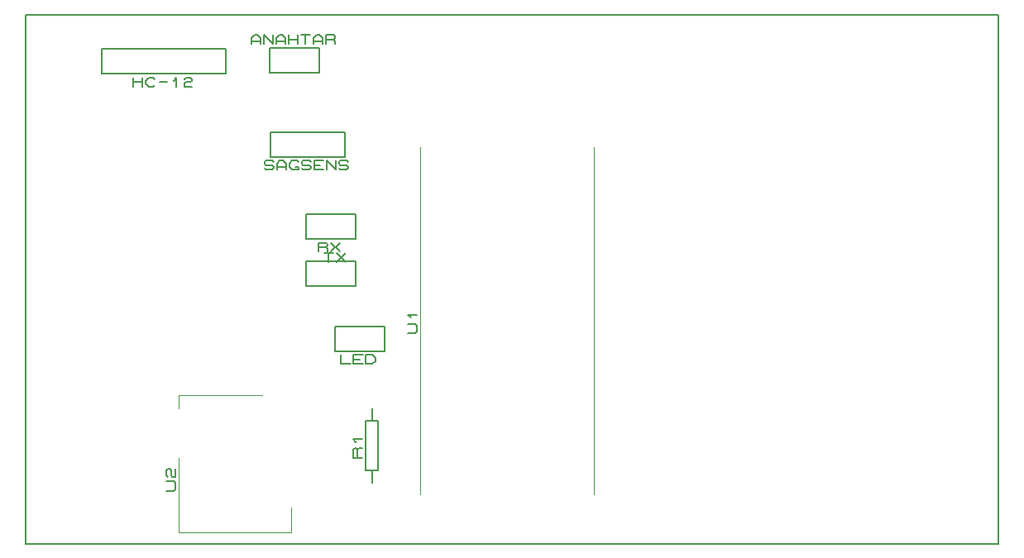
<source format=gbr>
G04 PROTEUS GERBER X2 FILE*
%TF.GenerationSoftware,Labcenter,Proteus,8.9-SP0-Build27865*%
%TF.CreationDate,2021-05-25T10:58:27+00:00*%
%TF.FileFunction,Legend,Top*%
%TF.FilePolarity,Positive*%
%TF.Part,Single*%
%TF.SameCoordinates,{7e8d9f27-8a4e-4830-a77b-d38f9a277b4e}*%
%FSLAX45Y45*%
%MOMM*%
G01*
%TA.AperFunction,Profile*%
%ADD16C,0.203200*%
%TA.AperFunction,Material*%
%ADD19C,0.100000*%
%ADD70C,0.203200*%
%TD.AperFunction*%
D16*
X+30000Y-5810000D02*
X+9990000Y-5810000D01*
X+9990000Y-390000D01*
X+30000Y-390000D01*
X+30000Y-5810000D01*
D19*
X+4073000Y-1750000D02*
X+4073000Y-5306000D01*
X+5851000Y-5306000D02*
X+5851000Y-1750000D01*
D70*
X+3946080Y-3655000D02*
X+4022280Y-3655000D01*
X+4037520Y-3639125D01*
X+4037520Y-3575625D01*
X+4022280Y-3559750D01*
X+3946080Y-3559750D01*
X+3976560Y-3496250D02*
X+3946080Y-3464500D01*
X+4037520Y-3464500D01*
D19*
X+1600000Y-4928000D02*
X+1600000Y-5690000D01*
X+2750000Y-5690000D01*
X+2750000Y-5436000D01*
X+2450000Y-4290000D02*
X+1600000Y-4290000D01*
X+1600000Y-4420000D01*
D70*
X+1473080Y-5268000D02*
X+1549280Y-5268000D01*
X+1564520Y-5252125D01*
X+1564520Y-5188625D01*
X+1549280Y-5172750D01*
X+1473080Y-5172750D01*
X+1488320Y-5125125D02*
X+1473080Y-5109250D01*
X+1473080Y-5061625D01*
X+1488320Y-5045750D01*
X+1503560Y-5045750D01*
X+1518800Y-5061625D01*
X+1518800Y-5109250D01*
X+1534040Y-5125125D01*
X+1564520Y-5125125D01*
X+1564520Y-5045750D01*
X+2533000Y-987000D02*
X+3041000Y-987000D01*
X+3041000Y-733000D01*
X+2533000Y-733000D01*
X+2533000Y-987000D01*
X+2342500Y-692360D02*
X+2342500Y-631400D01*
X+2374250Y-600920D01*
X+2406000Y-600920D01*
X+2437750Y-631400D01*
X+2437750Y-692360D01*
X+2342500Y-661880D02*
X+2437750Y-661880D01*
X+2469500Y-692360D02*
X+2469500Y-600920D01*
X+2564750Y-692360D01*
X+2564750Y-600920D01*
X+2596500Y-692360D02*
X+2596500Y-631400D01*
X+2628250Y-600920D01*
X+2660000Y-600920D01*
X+2691750Y-631400D01*
X+2691750Y-692360D01*
X+2596500Y-661880D02*
X+2691750Y-661880D01*
X+2723500Y-692360D02*
X+2723500Y-600920D01*
X+2818750Y-600920D02*
X+2818750Y-692360D01*
X+2723500Y-646640D02*
X+2818750Y-646640D01*
X+2850500Y-600920D02*
X+2945750Y-600920D01*
X+2898125Y-600920D02*
X+2898125Y-692360D01*
X+2977500Y-692360D02*
X+2977500Y-631400D01*
X+3009250Y-600920D01*
X+3041000Y-600920D01*
X+3072750Y-631400D01*
X+3072750Y-692360D01*
X+2977500Y-661880D02*
X+3072750Y-661880D01*
X+3104500Y-692360D02*
X+3104500Y-600920D01*
X+3183875Y-600920D01*
X+3199750Y-616160D01*
X+3199750Y-631400D01*
X+3183875Y-646640D01*
X+3104500Y-646640D01*
X+3183875Y-646640D02*
X+3199750Y-661880D01*
X+3199750Y-692360D01*
X+3580000Y-5183000D02*
X+3580000Y-5056000D01*
X+3516500Y-5056000D02*
X+3643500Y-5056000D01*
X+3643500Y-4548000D01*
X+3516500Y-4548000D01*
X+3516500Y-5056000D01*
X+3580000Y-4548000D02*
X+3580000Y-4421000D01*
X+3475860Y-4929000D02*
X+3384420Y-4929000D01*
X+3384420Y-4849625D01*
X+3399660Y-4833750D01*
X+3414900Y-4833750D01*
X+3430140Y-4849625D01*
X+3430140Y-4929000D01*
X+3430140Y-4849625D02*
X+3445380Y-4833750D01*
X+3475860Y-4833750D01*
X+3414900Y-4770250D02*
X+3384420Y-4738500D01*
X+3475860Y-4738500D01*
X+3199000Y-3837000D02*
X+3707000Y-3837000D01*
X+3707000Y-3583000D01*
X+3199000Y-3583000D01*
X+3199000Y-3837000D01*
X+3262500Y-3877640D02*
X+3262500Y-3969080D01*
X+3357750Y-3969080D01*
X+3484750Y-3969080D02*
X+3389500Y-3969080D01*
X+3389500Y-3877640D01*
X+3484750Y-3877640D01*
X+3389500Y-3923360D02*
X+3453000Y-3923360D01*
X+3516500Y-3969080D02*
X+3516500Y-3877640D01*
X+3580000Y-3877640D01*
X+3611750Y-3908120D01*
X+3611750Y-3938600D01*
X+3580000Y-3969080D01*
X+3516500Y-3969080D01*
X+2539000Y-1847000D02*
X+3301000Y-1847000D01*
X+3301000Y-1593000D01*
X+2539000Y-1593000D01*
X+2539000Y-1847000D01*
X+2475500Y-1963840D02*
X+2491375Y-1979080D01*
X+2554875Y-1979080D01*
X+2570750Y-1963840D01*
X+2570750Y-1948600D01*
X+2554875Y-1933360D01*
X+2491375Y-1933360D01*
X+2475500Y-1918120D01*
X+2475500Y-1902880D01*
X+2491375Y-1887640D01*
X+2554875Y-1887640D01*
X+2570750Y-1902880D01*
X+2602500Y-1979080D02*
X+2602500Y-1918120D01*
X+2634250Y-1887640D01*
X+2666000Y-1887640D01*
X+2697750Y-1918120D01*
X+2697750Y-1979080D01*
X+2602500Y-1948600D02*
X+2697750Y-1948600D01*
X+2793000Y-1948600D02*
X+2824750Y-1948600D01*
X+2824750Y-1979080D01*
X+2761250Y-1979080D01*
X+2729500Y-1948600D01*
X+2729500Y-1918120D01*
X+2761250Y-1887640D01*
X+2808875Y-1887640D01*
X+2824750Y-1902880D01*
X+2856500Y-1963840D02*
X+2872375Y-1979080D01*
X+2935875Y-1979080D01*
X+2951750Y-1963840D01*
X+2951750Y-1948600D01*
X+2935875Y-1933360D01*
X+2872375Y-1933360D01*
X+2856500Y-1918120D01*
X+2856500Y-1902880D01*
X+2872375Y-1887640D01*
X+2935875Y-1887640D01*
X+2951750Y-1902880D01*
X+3078750Y-1979080D02*
X+2983500Y-1979080D01*
X+2983500Y-1887640D01*
X+3078750Y-1887640D01*
X+2983500Y-1933360D02*
X+3047000Y-1933360D01*
X+3110500Y-1979080D02*
X+3110500Y-1887640D01*
X+3205750Y-1979080D01*
X+3205750Y-1887640D01*
X+3237500Y-1963840D02*
X+3253375Y-1979080D01*
X+3316875Y-1979080D01*
X+3332750Y-1963840D01*
X+3332750Y-1948600D01*
X+3316875Y-1933360D01*
X+3253375Y-1933360D01*
X+3237500Y-1918120D01*
X+3237500Y-1902880D01*
X+3253375Y-1887640D01*
X+3316875Y-1887640D01*
X+3332750Y-1902880D01*
X+815000Y-997000D02*
X+2085000Y-997000D01*
X+2085000Y-743000D01*
X+815000Y-743000D01*
X+815000Y-997000D01*
X+1132500Y-1129080D02*
X+1132500Y-1037640D01*
X+1227750Y-1037640D02*
X+1227750Y-1129080D01*
X+1132500Y-1083360D02*
X+1227750Y-1083360D01*
X+1354750Y-1113840D02*
X+1338875Y-1129080D01*
X+1291250Y-1129080D01*
X+1259500Y-1098600D01*
X+1259500Y-1068120D01*
X+1291250Y-1037640D01*
X+1338875Y-1037640D01*
X+1354750Y-1052880D01*
X+1402375Y-1083360D02*
X+1481750Y-1083360D01*
X+1545250Y-1068120D02*
X+1577000Y-1037640D01*
X+1577000Y-1129080D01*
X+1656375Y-1052880D02*
X+1672250Y-1037640D01*
X+1719875Y-1037640D01*
X+1735750Y-1052880D01*
X+1735750Y-1068120D01*
X+1719875Y-1083360D01*
X+1672250Y-1083360D01*
X+1656375Y-1098600D01*
X+1656375Y-1129080D01*
X+1735750Y-1129080D01*
X+2899000Y-2687000D02*
X+3407000Y-2687000D01*
X+3407000Y-2433000D01*
X+2899000Y-2433000D01*
X+2899000Y-2687000D01*
X+3026000Y-2819080D02*
X+3026000Y-2727640D01*
X+3105375Y-2727640D01*
X+3121250Y-2742880D01*
X+3121250Y-2758120D01*
X+3105375Y-2773360D01*
X+3026000Y-2773360D01*
X+3105375Y-2773360D02*
X+3121250Y-2788600D01*
X+3121250Y-2819080D01*
X+3153000Y-2727640D02*
X+3248250Y-2819080D01*
X+3153000Y-2819080D02*
X+3248250Y-2727640D01*
X+2899000Y-3167000D02*
X+3407000Y-3167000D01*
X+3407000Y-2913000D01*
X+2899000Y-2913000D01*
X+2899000Y-3167000D01*
X+3086000Y-2830920D02*
X+3181250Y-2830920D01*
X+3133625Y-2830920D02*
X+3133625Y-2922360D01*
X+3213000Y-2830920D02*
X+3308250Y-2922360D01*
X+3213000Y-2922360D02*
X+3308250Y-2830920D01*
M02*

</source>
